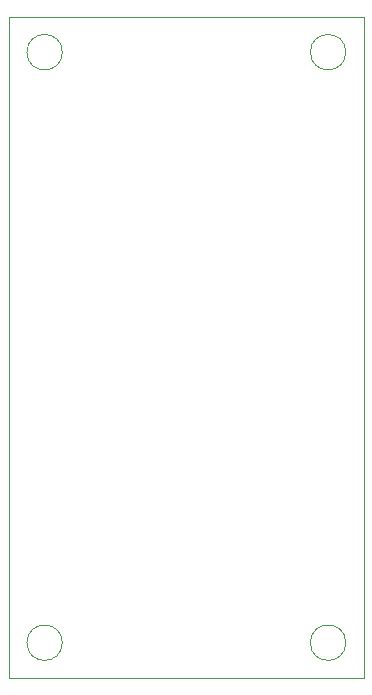
<source format=gbr>
G04 #@! TF.GenerationSoftware,KiCad,Pcbnew,(5.1.4)-1*
G04 #@! TF.CreationDate,2020-12-03T17:51:28+01:00*
G04 #@! TF.ProjectId,LoRa_Balloon,4c6f5261-5f42-4616-9c6c-6f6f6e2e6b69,2*
G04 #@! TF.SameCoordinates,Original*
G04 #@! TF.FileFunction,Profile,NP*
%FSLAX46Y46*%
G04 Gerber Fmt 4.6, Leading zero omitted, Abs format (unit mm)*
G04 Created by KiCad (PCBNEW (5.1.4)-1) date 2020-12-03 17:51:28*
%MOMM*%
%LPD*%
G04 APERTURE LIST*
%ADD10C,0.050000*%
G04 APERTURE END LIST*
D10*
X190290400Y-105870800D02*
G75*
G03X190290400Y-105870800I-1500000J0D01*
G01*
X214290400Y-105870800D02*
G75*
G03X214290400Y-105870800I-1500000J0D01*
G01*
X214290400Y-155870800D02*
G75*
G03X214290400Y-155870800I-1500000J0D01*
G01*
X190290400Y-155870800D02*
G75*
G03X190290400Y-155870800I-1500000J0D01*
G01*
X185790400Y-158870800D02*
X215790400Y-158870800D01*
X215790400Y-102870800D02*
X215790400Y-158870800D01*
X185790400Y-102870800D02*
X215790400Y-102870800D01*
X185790400Y-102870800D02*
X185790400Y-158870800D01*
M02*

</source>
